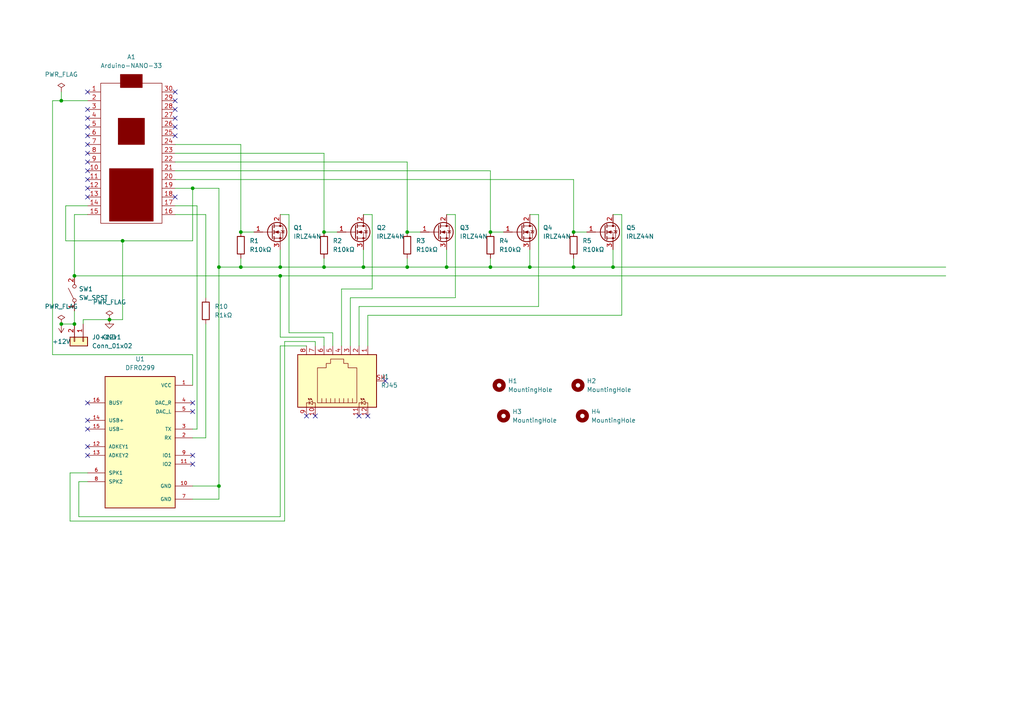
<source format=kicad_sch>
(kicad_sch (version 20211123) (generator eeschema)
  (paper "A4")
  (lib_symbols
    (symbol "Arduino-nano-33:Arduino-NANO-33" (pin_names (offset 1.016) hide)
      (property "Reference" "A1" (at 0 27.94 0))
      (property "Value" "Arduino-NANO-33" (at 0 25.4 0))
      (symbol "Arduino-NANO-33_0_1"
        (rectangle (start -8.89 -20.32) (end 8.89 20.32))
        (rectangle (start -3.81 10.16) (end 3.81 2.54) (fill (type outline)))
        (rectangle (start -3.175 22.86) (end 3.175 19.05) (fill (type outline)))
        (rectangle (start 6.35 -19.685) (end -6.35 -4.445) (fill (type outline)))
      )
      (symbol "Arduino-NANO-33_1_1"
        (pin passive line (at -12.7 17.78 0) (length 3.81) (name "D13~") (number "1"))
        (pin passive line (at -12.7 -5.08 0) (length 3.81) (name "A6") (number "10"))
        (pin passive line (at -12.7 -7.62 0) (length 3.81) (name "A7") (number "11"))
        (pin passive line (at -12.7 -10.16 0) (length 3.81) (name "+5V") (number "12"))
        (pin passive line (at -12.7 -12.7 0) (length 3.81) (name "RESET") (number "13"))
        (pin passive line (at -12.7 -15.24 0) (length 3.81) (name "GND") (number "14"))
        (pin passive line (at -12.7 -17.78 0) (length 3.81) (name "VIN") (number "15"))
        (pin passive line (at 12.7 -17.78 180) (length 3.81) (name "TX") (number "16"))
        (pin passive line (at 12.7 -15.24 180) (length 3.81) (name "RX") (number "17"))
        (pin passive line (at 12.7 -12.7 180) (length 3.81) (name "RESET") (number "18"))
        (pin passive line (at 12.7 -10.16 180) (length 3.81) (name "GND") (number "19"))
        (pin passive line (at -12.7 15.24 0) (length 3.81) (name "+3V3") (number "2"))
        (pin passive line (at 12.7 -7.62 180) (length 3.81) (name "~D2") (number "20"))
        (pin passive line (at 12.7 -5.08 180) (length 3.81) (name "~D3") (number "21"))
        (pin passive line (at 12.7 -2.54 180) (length 3.81) (name "~D4") (number "22"))
        (pin passive line (at 12.7 0 180) (length 3.81) (name "~D5") (number "23"))
        (pin passive line (at 12.7 2.54 180) (length 3.81) (name "~D6") (number "24"))
        (pin passive line (at 12.7 5.08 180) (length 3.81) (name "~D7") (number "25"))
        (pin passive line (at 12.7 7.62 180) (length 3.81) (name "~D8") (number "26"))
        (pin passive line (at 12.7 10.16 180) (length 3.81) (name "~D9") (number "27"))
        (pin passive line (at 12.7 12.7 180) (length 3.81) (name "~D10") (number "28"))
        (pin passive line (at 12.7 15.24 180) (length 3.81) (name "CIPI") (number "29"))
        (pin passive line (at -12.7 12.7 0) (length 3.81) (name "AREF") (number "3"))
        (pin passive line (at 12.7 17.78 180) (length 3.81) (name "CIPO") (number "30"))
        (pin passive line (at -12.7 10.16 0) (length 3.81) (name "A0") (number "4"))
        (pin passive line (at -12.7 7.62 0) (length 3.81) (name "A1") (number "5"))
        (pin passive line (at -12.7 5.08 0) (length 3.81) (name "A2") (number "6"))
        (pin passive line (at -12.7 2.54 0) (length 3.81) (name "A3") (number "7"))
        (pin passive line (at -12.7 0 0) (length 3.81) (name "A4") (number "8"))
        (pin passive line (at -12.7 -2.54 0) (length 3.81) (name "A5") (number "9"))
      )
    )
    (symbol "Connector:RJ45_LED_Shielded" (pin_names (offset 1.016))
      (property "Reference" "J" (at -5.08 13.97 0))
      (property "Value" "RJ45_LED_Shielded" (at 1.27 13.97 0))
      (symbol "RJ45_LED_Shielded_0_1"
        (polyline (pts (xy -7.62 -7.62) (xy -6.35 -7.62)))
        (polyline (pts (xy -7.62 -5.08) (xy -6.35 -5.08)))
        (polyline (pts (xy -7.62 7.62) (xy -6.35 7.62)))
        (polyline (pts (xy -7.62 10.16) (xy -6.35 10.16)))
        (polyline (pts (xy -6.858 -5.842) (xy -5.842 -5.842)))
        (polyline (pts (xy -6.858 9.398) (xy -5.842 9.398)))
        (polyline (pts (xy -6.35 -7.62) (xy -6.35 -6.858)))
        (polyline (pts (xy -6.35 -5.08) (xy -6.35 -5.842)))
        (polyline (pts (xy -6.35 7.62) (xy -6.35 8.382)))
        (polyline (pts (xy -6.35 10.16) (xy -6.35 9.398)))
        (polyline (pts (xy -5.08 -6.223) (xy -5.207 -6.604)))
        (polyline (pts (xy -5.08 -5.588) (xy -5.207 -5.969)))
        (polyline (pts (xy -5.08 4.445) (xy -6.35 4.445)))
        (polyline (pts (xy -5.08 5.715) (xy -6.35 5.715)))
        (polyline (pts (xy -5.08 9.017) (xy -5.207 8.636)))
        (polyline (pts (xy -5.08 9.652) (xy -5.207 9.271)))
        (polyline (pts (xy -6.35 -3.175) (xy -5.08 -3.175) (xy -5.08 -3.175)))
        (polyline (pts (xy -6.35 -1.905) (xy -5.08 -1.905) (xy -5.08 -1.905)))
        (polyline (pts (xy -6.35 -0.635) (xy -5.08 -0.635) (xy -5.08 -0.635)))
        (polyline (pts (xy -6.35 0.635) (xy -5.08 0.635) (xy -5.08 0.635)))
        (polyline (pts (xy -6.35 1.905) (xy -5.08 1.905) (xy -5.08 1.905)))
        (polyline (pts (xy -5.588 -6.731) (xy -5.08 -6.223) (xy -5.461 -6.35)))
        (polyline (pts (xy -5.588 -6.096) (xy -5.08 -5.588) (xy -5.461 -5.715)))
        (polyline (pts (xy -5.588 8.509) (xy -5.08 9.017) (xy -5.461 8.89)))
        (polyline (pts (xy -5.588 9.144) (xy -5.08 9.652) (xy -5.461 9.525)))
        (polyline (pts (xy -5.08 3.175) (xy -6.35 3.175) (xy -6.35 3.175)))
        (polyline (pts (xy -6.35 -5.842) (xy -6.858 -6.858) (xy -5.842 -6.858) (xy -6.35 -5.842)))
        (polyline (pts (xy -6.35 9.398) (xy -6.858 8.382) (xy -5.842 8.382) (xy -6.35 9.398)))
        (polyline (pts (xy -6.35 -4.445) (xy -6.35 6.985) (xy 3.81 6.985) (xy 3.81 4.445) (xy 5.08 4.445) (xy 5.08 3.175) (xy 6.35 3.175) (xy 6.35 -0.635) (xy 5.08 -0.635) (xy 5.08 -1.905) (xy 3.81 -1.905) (xy 3.81 -4.445) (xy -6.35 -4.445) (xy -6.35 -4.445)))
        (rectangle (start 7.62 12.7) (end -7.62 -10.16) (stroke (width 0.254)) (fill (type background)))
      )
      (symbol "RJ45_LED_Shielded_1_1"
        (pin passive line (at 10.16 -7.62 180) (length 2.54) (name "~") (number "1"))
        (pin passive line (at -10.16 7.62 0) (length 2.54) (name "~") (number "10"))
        (pin passive line (at -10.16 -5.08 0) (length 2.54) (name "~") (number "11"))
        (pin passive line (at -10.16 -7.62 0) (length 2.54) (name "~") (number "12"))
        (pin passive line (at 10.16 -5.08 180) (length 2.54) (name "~") (number "2"))
        (pin passive line (at 10.16 -2.54 180) (length 2.54) (name "~") (number "3"))
        (pin passive line (at 10.16 0 180) (length 2.54) (name "~") (number "4"))
        (pin passive line (at 10.16 2.54 180) (length 2.54) (name "~") (number "5"))
        (pin passive line (at 10.16 5.08 180) (length 2.54) (name "~") (number "6"))
        (pin passive line (at 10.16 7.62 180) (length 2.54) (name "~") (number "7"))
        (pin passive line (at 10.16 10.16 180) (length 2.54) (name "~") (number "8"))
        (pin passive line (at -10.16 10.16 0) (length 2.54) (name "~") (number "9"))
        (pin passive line (at 0 -12.7 90) (length 2.54) (name "~") (number "SH"))
      )
    )
    (symbol "Connector_Generic:Conn_01x02" (pin_names (offset 1.016) hide)
      (property "Reference" "J" (at 0 2.54 0))
      (property "Value" "Conn_01x02" (at 0 -5.08 0))
      (symbol "Conn_01x02_1_1"
        (rectangle (start -1.27 -2.413) (end 0 -2.667) (stroke (width 0.1524)))
        (rectangle (start -1.27 0.127) (end 0 -0.127) (stroke (width 0.1524)))
        (rectangle (start -1.27 1.27) (end 1.27 -3.81) (stroke (width 0.254)) (fill (type background)))
        (pin passive line (at -5.08 0 0) (length 3.81) (name "Pin_1") (number "1"))
        (pin passive line (at -5.08 -2.54 0) (length 3.81) (name "Pin_2") (number "2"))
      )
    )
    (symbol "DFR0299:DFR0299" (pin_names (offset 1.016))
      (property "Reference" "U1" (at 0 22.86 0))
      (property "Value" "DFR0299" (at 0 20.32 0))
      (symbol "DFR0299_0_0"
        (rectangle (start -10.16 -20.32) (end 10.16 17.78) (stroke (width 0.254)) (fill (type background)))
        (pin power_in line (at 15.24 15.24 180) (length 5.08) (name "VCC") (number "1"))
        (pin passive line (at 15.24 -13.97 180) (length 5.08) (name "GND") (number "10"))
        (pin bidirectional line (at 15.24 -7.62 180) (length 5.08) (name "IO2") (number "11"))
        (pin input line (at -15.24 -2.54 0) (length 5.08) (name "ADKEY1") (number "12"))
        (pin input line (at -15.24 -5.08 0) (length 5.08) (name "ADKEY2") (number "13"))
        (pin input line (at -15.24 5.08 0) (length 5.08) (name "USB+") (number "14"))
        (pin input line (at -15.24 2.54 0) (length 5.08) (name "USB-") (number "15"))
        (pin input line (at -15.24 10.16 0) (length 5.08) (name "BUSY") (number "16"))
        (pin input line (at 15.24 0 180) (length 5.08) (name "RX") (number "2"))
        (pin output line (at 15.24 2.54 180) (length 5.08) (name "TX") (number "3"))
        (pin output line (at 15.24 10.16 180) (length 5.08) (name "DAC_R") (number "4"))
        (pin output line (at 15.24 7.62 180) (length 5.08) (name "DAC_L") (number "5"))
        (pin passive line (at -15.24 -10.16 0) (length 5.08) (name "SPK1") (number "6"))
        (pin passive line (at 15.24 -17.78 180) (length 5.08) (name "GND") (number "7"))
        (pin passive line (at -15.24 -12.7 0) (length 5.08) (name "SPK2") (number "8"))
        (pin bidirectional line (at 15.24 -5.08 180) (length 5.08) (name "IO1") (number "9"))
      )
    )
    (symbol "Device:R" (pin_numbers hide) (pin_names (offset 0))
      (property "Reference" "R" (at 2.032 0 90))
      (property "Value" "R" (at 0 0 90))
      (symbol "R_0_1"
        (rectangle (start -1.016 -2.54) (end 1.016 2.54) (stroke (width 0.254)))
      )
      (symbol "R_1_1"
        (pin passive line (at 0 3.81 270) (length 1.27) (name "~") (number "1"))
        (pin passive line (at 0 -3.81 90) (length 1.27) (name "~") (number "2"))
      )
    )
    (symbol "Mechanical:MountingHole" (pin_names (offset 1.016))
      (property "Reference" "H" (at 0 5.08 0))
      (property "Value" "MountingHole" (at 0 3.175 0))
      (symbol "MountingHole_0_1"
        (circle (center 0 0) (radius 1.27) (stroke (width 1.27)))
      )
    )
    (symbol "Switch:SW_SPST" (pin_names (offset 0) hide)
      (property "Reference" "SW" (at 0 3.175 0))
      (property "Value" "SW_SPST" (at 0 -2.54 0))
      (symbol "SW_SPST_0_0"
        (circle (center -2.032 0) (radius 0.508))
        (polyline (pts (xy -1.524 0.254) (xy 1.524 1.778)))
        (circle (center 2.032 0) (radius 0.508))
      )
      (symbol "SW_SPST_1_1"
        (pin passive line (at -5.08 0 0) (length 2.54) (name "A") (number "1"))
        (pin passive line (at 5.08 0 180) (length 2.54) (name "B") (number "2"))
      )
    )
    (symbol "Transistor_FET:IRLZ44N" (pin_names hide)
      (property "Reference" "Q" (at 6.35 1.905 0))
      (property "Value" "IRLZ44N" (at 6.35 0 0))
      (symbol "IRLZ44N_0_1"
        (polyline (pts (xy 0.254 0) (xy -2.54 0)))
        (polyline (pts (xy 0.254 1.905) (xy 0.254 -1.905)) (stroke (width 0.254)))
        (polyline (pts (xy 0.762 -1.27) (xy 0.762 -2.286)) (stroke (width 0.254)))
        (polyline (pts (xy 0.762 0.508) (xy 0.762 -0.508)) (stroke (width 0.254)))
        (polyline (pts (xy 0.762 2.286) (xy 0.762 1.27)) (stroke (width 0.254)))
        (polyline (pts (xy 2.54 2.54) (xy 2.54 1.778)))
        (polyline (pts (xy 2.54 -2.54) (xy 2.54 0) (xy 0.762 0)))
        (polyline (pts (xy 0.762 -1.778) (xy 3.302 -1.778) (xy 3.302 1.778) (xy 0.762 1.778)))
        (polyline (pts (xy 1.016 0) (xy 2.032 0.381) (xy 2.032 -0.381) (xy 1.016 0)) (fill (type outline)))
        (polyline (pts (xy 2.794 0.508) (xy 2.921 0.381) (xy 3.683 0.381) (xy 3.81 0.254)))
        (polyline (pts (xy 3.302 0.381) (xy 2.921 -0.254) (xy 3.683 -0.254) (xy 3.302 0.381)))
        (circle (center 1.651 0) (radius 2.794) (stroke (width 0.254)))
        (circle (center 2.54 -1.778) (radius 0.254) (fill (type outline)))
        (circle (center 2.54 1.778) (radius 0.254) (fill (type outline)))
      )
      (symbol "IRLZ44N_1_1"
        (pin input line (at -5.08 0 0) (length 2.54) (name "G") (number "1"))
        (pin passive line (at 2.54 5.08 270) (length 2.54) (name "D") (number "2"))
        (pin passive line (at 2.54 -5.08 90) (length 2.54) (name "S") (number "3"))
      )
    )
    (symbol "power:+12V" (power) (pin_names (offset 0))
      (property "Value" "+12V" (at 0 3.556 0))
      (symbol "+12V_0_1"
        (polyline (pts (xy -0.762 1.27) (xy 0 2.54)))
        (polyline (pts (xy 0 0) (xy 0 2.54)))
        (polyline (pts (xy 0 2.54) (xy 0.762 1.27)))
      )
      (symbol "+12V_1_1"
        (pin power_in line (at 0 0 90) (length 0) hide (name "+12V") (number "1"))
      )
    )
    (symbol "power:GND" (power) (pin_names (offset 0))
      (property "Value" "GND" (at 0 -3.81 0))
      (symbol "GND_0_1"
        (polyline (pts (xy 0 0) (xy 0 -1.27) (xy 1.27 -1.27) (xy 0 -2.54) (xy -1.27 -1.27) (xy 0 -1.27)))
      )
      (symbol "GND_1_1"
        (pin power_in line (at 0 0 270) (length 0) hide (name "GND") (number "1"))
      )
    )
    (symbol "power:PWR_FLAG" (power) (pin_numbers hide) (pin_names (offset 0) hide)
      (property "Value" "PWR_FLAG" (at 0 3.81 0))
      (symbol "PWR_FLAG_0_0"
        (pin power_out line (at 0 0 90) (length 0) (name "pwr") (number "1"))
      )
      (symbol "PWR_FLAG_0_1"
        (polyline (pts (xy 0 0) (xy 0 1.27) (xy -1.016 1.905) (xy 0 2.54) (xy 1.016 1.905) (xy 0 1.27)))
      )
    )
  )
  (junction (at 129.54 77.47))
  (junction (at 17.78 29.21))
  (junction (at 69.85 77.47))
  (junction (at 177.8 77.47))
  (junction (at 118.11 67.31))
  (junction (at 93.98 67.31))
  (junction (at 63.5 140.97))
  (junction (at 21.59 80.01))
  (junction (at 105.41 77.47))
  (junction (at 93.98 77.47))
  (junction (at 35.56 69.85))
  (junction (at 21.59 93.98))
  (junction (at 55.88 54.61))
  (junction (at 69.85 67.31))
  (junction (at 153.67 77.47))
  (junction (at 81.28 77.47))
  (junction (at 142.24 77.47))
  (junction (at 142.24 67.31))
  (junction (at 31.75 92.71))
  (junction (at 118.11 77.47))
  (junction (at 166.37 77.47))
  (junction (at 17.78 93.98))
  (junction (at 81.28 80.01))
  (junction (at 166.37 67.31))
  (junction (at 63.5 77.47))
  (no_connect (at 25.4 26.67))
  (no_connect (at 25.4 52.07))
  (no_connect (at 25.4 44.45))
  (no_connect (at 25.4 46.99))
  (no_connect (at 25.4 49.53))
  (no_connect (at 25.4 31.75))
  (no_connect (at 25.4 34.29))
  (no_connect (at 25.4 36.83))
  (no_connect (at 25.4 39.37))
  (no_connect (at 25.4 41.91))
  (no_connect (at 50.8 29.21))
  (no_connect (at 50.8 26.67))
  (no_connect (at 25.4 54.61))
  (no_connect (at 25.4 57.15))
  (no_connect (at 50.8 57.15))
  (no_connect (at 55.88 134.62))
  (no_connect (at 55.88 132.08))
  (no_connect (at 55.88 116.84))
  (no_connect (at 55.88 119.38))
  (no_connect (at 25.4 121.92))
  (no_connect (at 25.4 116.84))
  (no_connect (at 25.4 129.54))
  (no_connect (at 25.4 124.46))
  (no_connect (at 25.4 132.08))
  (no_connect (at 50.8 39.37))
  (no_connect (at 50.8 36.83))
  (no_connect (at 50.8 34.29))
  (no_connect (at 50.8 31.75))
  (no_connect (at 106.68 120.65))
  (no_connect (at 88.9 120.65))
  (no_connect (at 91.44 120.65))
  (no_connect (at 104.14 120.65))
  (no_connect (at 111.76 110.49))
  (wire (pts (xy 177.8 72.39) (xy 177.8 77.47)))
  (wire (pts (xy 107.95 62.23) (xy 107.95 83.82)))
  (wire (pts (xy 153.67 72.39) (xy 153.67 77.47)))
  (wire (pts (xy 50.8 41.91) (xy 69.85 41.91)))
  (wire (pts (xy 19.05 69.85) (xy 35.56 69.85)))
  (wire (pts (xy 81.28 97.79) (xy 93.98 97.79)))
  (wire (pts (xy 118.11 77.47) (xy 129.54 77.47)))
  (wire (pts (xy 22.86 149.86) (xy 81.28 149.86)))
  (wire (pts (xy 156.21 62.23) (xy 156.21 88.9)))
  (wire (pts (xy 177.8 77.47) (xy 274.32 77.47)))
  (wire (pts (xy 50.8 44.45) (xy 93.98 44.45)))
  (wire (pts (xy 69.85 74.93) (xy 69.85 77.47)))
  (wire (pts (xy 31.75 92.71) (xy 35.56 92.71)))
  (wire (pts (xy 166.37 77.47) (xy 177.8 77.47)))
  (wire (pts (xy 81.28 77.47) (xy 93.98 77.47)))
  (wire (pts (xy 166.37 74.93) (xy 166.37 77.47)))
  (wire (pts (xy 83.82 96.52) (xy 96.52 96.52)))
  (wire (pts (xy 142.24 77.47) (xy 153.67 77.47)))
  (wire (pts (xy 132.08 86.36) (xy 101.6 86.36)))
  (wire (pts (xy 25.4 137.16) (xy 20.32 137.16)))
  (wire (pts (xy 156.21 88.9) (xy 104.14 88.9)))
  (wire (pts (xy 129.54 62.23) (xy 132.08 62.23)))
  (wire (pts (xy 59.69 86.36) (xy 59.69 62.23)))
  (wire (pts (xy 55.88 124.46) (xy 57.15 124.46)))
  (wire (pts (xy 25.4 29.21) (xy 17.78 29.21)))
  (wire (pts (xy 142.24 67.31) (xy 146.05 67.31)))
  (wire (pts (xy 17.78 26.67) (xy 17.78 29.21)))
  (wire (pts (xy 24.13 93.98) (xy 24.13 92.71)))
  (wire (pts (xy 93.98 44.45) (xy 93.98 67.31)))
  (wire (pts (xy 142.24 49.53) (xy 142.24 67.31)))
  (wire (pts (xy 81.28 100.33) (xy 88.9 100.33)))
  (wire (pts (xy 93.98 97.79) (xy 93.98 100.33)))
  (wire (pts (xy 153.67 62.23) (xy 156.21 62.23)))
  (wire (pts (xy 69.85 41.91) (xy 69.85 67.31)))
  (wire (pts (xy 82.55 151.13) (xy 82.55 99.06)))
  (wire (pts (xy 50.8 52.07) (xy 166.37 52.07)))
  (wire (pts (xy 96.52 96.52) (xy 96.52 100.33)))
  (wire (pts (xy 50.8 54.61) (xy 55.88 54.61)))
  (wire (pts (xy 166.37 67.31) (xy 170.18 67.31)))
  (wire (pts (xy 81.28 72.39) (xy 81.28 77.47)))
  (wire (pts (xy 118.11 67.31) (xy 121.92 67.31)))
  (wire (pts (xy 93.98 67.31) (xy 97.79 67.31)))
  (wire (pts (xy 81.28 80.01) (xy 274.32 80.01)))
  (wire (pts (xy 99.06 83.82) (xy 99.06 100.33)))
  (wire (pts (xy 17.78 29.21) (xy 15.24 29.21)))
  (wire (pts (xy 20.32 137.16) (xy 20.32 151.13)))
  (wire (pts (xy 106.68 91.44) (xy 106.68 100.33)))
  (wire (pts (xy 21.59 80.01) (xy 81.28 80.01)))
  (wire (pts (xy 81.28 149.86) (xy 81.28 100.33)))
  (wire (pts (xy 105.41 72.39) (xy 105.41 77.47)))
  (wire (pts (xy 21.59 62.23) (xy 21.59 80.01)))
  (wire (pts (xy 105.41 62.23) (xy 107.95 62.23)))
  (wire (pts (xy 55.88 102.87) (xy 55.88 111.76)))
  (wire (pts (xy 15.24 29.21) (xy 15.24 102.87)))
  (wire (pts (xy 129.54 77.47) (xy 142.24 77.47)))
  (wire (pts (xy 101.6 86.36) (xy 101.6 100.33)))
  (wire (pts (xy 69.85 67.31) (xy 73.66 67.31)))
  (wire (pts (xy 63.5 77.47) (xy 69.85 77.47)))
  (wire (pts (xy 69.85 77.47) (xy 81.28 77.47)))
  (wire (pts (xy 17.78 93.98) (xy 21.59 93.98)))
  (wire (pts (xy 104.14 88.9) (xy 104.14 100.33)))
  (wire (pts (xy 81.28 62.23) (xy 83.82 62.23)))
  (wire (pts (xy 50.8 59.69) (xy 57.15 59.69)))
  (wire (pts (xy 55.88 127) (xy 59.69 127)))
  (wire (pts (xy 93.98 74.93) (xy 93.98 77.47)))
  (wire (pts (xy 22.86 139.7) (xy 22.86 149.86)))
  (wire (pts (xy 35.56 92.71) (xy 35.56 69.85)))
  (wire (pts (xy 15.24 102.87) (xy 55.88 102.87)))
  (wire (pts (xy 63.5 140.97) (xy 63.5 77.47)))
  (wire (pts (xy 83.82 62.23) (xy 83.82 96.52)))
  (wire (pts (xy 55.88 69.85) (xy 55.88 54.61)))
  (wire (pts (xy 59.69 62.23) (xy 50.8 62.23)))
  (wire (pts (xy 63.5 144.78) (xy 63.5 140.97)))
  (wire (pts (xy 25.4 59.69) (xy 19.05 59.69)))
  (wire (pts (xy 118.11 46.99) (xy 118.11 67.31)))
  (wire (pts (xy 107.95 83.82) (xy 99.06 83.82)))
  (wire (pts (xy 55.88 140.97) (xy 63.5 140.97)))
  (wire (pts (xy 63.5 54.61) (xy 63.5 77.47)))
  (wire (pts (xy 166.37 52.07) (xy 166.37 67.31)))
  (wire (pts (xy 132.08 62.23) (xy 132.08 86.36)))
  (wire (pts (xy 129.54 72.39) (xy 129.54 77.47)))
  (wire (pts (xy 142.24 74.93) (xy 142.24 77.47)))
  (wire (pts (xy 20.32 151.13) (xy 82.55 151.13)))
  (wire (pts (xy 25.4 62.23) (xy 21.59 62.23)))
  (wire (pts (xy 19.05 59.69) (xy 19.05 69.85)))
  (wire (pts (xy 35.56 69.85) (xy 55.88 69.85)))
  (wire (pts (xy 50.8 49.53) (xy 142.24 49.53)))
  (wire (pts (xy 177.8 62.23) (xy 180.34 62.23)))
  (wire (pts (xy 55.88 54.61) (xy 63.5 54.61)))
  (wire (pts (xy 57.15 124.46) (xy 57.15 59.69)))
  (wire (pts (xy 180.34 91.44) (xy 106.68 91.44)))
  (wire (pts (xy 81.28 80.01) (xy 81.28 97.79)))
  (wire (pts (xy 118.11 74.93) (xy 118.11 77.47)))
  (wire (pts (xy 59.69 127) (xy 59.69 93.98)))
  (wire (pts (xy 24.13 92.71) (xy 31.75 92.71)))
  (wire (pts (xy 25.4 139.7) (xy 22.86 139.7)))
  (wire (pts (xy 55.88 144.78) (xy 63.5 144.78)))
  (wire (pts (xy 153.67 77.47) (xy 166.37 77.47)))
  (wire (pts (xy 93.98 77.47) (xy 105.41 77.47)))
  (wire (pts (xy 180.34 62.23) (xy 180.34 91.44)))
  (wire (pts (xy 21.59 90.17) (xy 21.59 93.98)))
  (wire (pts (xy 91.44 99.06) (xy 91.44 100.33)))
  (wire (pts (xy 105.41 77.47) (xy 118.11 77.47)))
  (wire (pts (xy 82.55 99.06) (xy 91.44 99.06)))
  (wire (pts (xy 50.8 46.99) (xy 118.11 46.99)))
  (symbol (lib_id "Mechanical:MountingHole") (at 168.91 120.65 0) (unit 1)
    (property "Reference" "H4" (at 171.45 119.3799 0) (effects (justify left)))
    (property "Value" "MountingHole" (at 171.45 121.9199 0) (effects (justify left)))
    (property "Footprint" "Custom:MountingHole_1.25mm" (effects hide))
  )
  (symbol (lib_id "power:PWR_FLAG") (at 17.78 93.98 0) (unit 1)
    (property "Reference" "#FLG0101" (effects hide))
    (property "Value" "PWR_FLAG" (at 17.78 88.9 0))
  )
  (symbol (lib_id "Mechanical:MountingHole") (at 146.05 120.65 0) (unit 1)
    (property "Reference" "H3" (at 148.59 119.3799 0) (effects (justify left)))
    (property "Value" "MountingHole" (at 148.59 121.9199 0) (effects (justify left)))
    (property "Footprint" "Custom:MountingHole_1.25mm" (effects hide))
  )
  (symbol (lib_id "Transistor_FET:IRLZ44N") (at 78.74 67.31 0) (unit 1)
    (property "Reference" "Q1" (at 85.09 66.0399 0) (effects (justify left)))
    (property "Value" "IRLZ44N" (at 85.09 68.5799 0) (effects (justify left)))
    (property "Footprint" "Package_TO_SOT_THT:TO-220-3_Vertical" (effects hide))
    (property "Datasheet" "http://www.irf.com/product-info/datasheets/data/irlz44n.pdf" (effects hide))
  )
  (symbol (lib_id "power:+12V") (at 17.78 93.98 180) (unit 1)
    (property "Reference" "#PWR0102" (effects hide))
    (property "Value" "+12V" (at 17.78 99.06 0))
  )
  (symbol (lib_id "Mechanical:MountingHole") (at 167.64 111.76 0) (unit 1)
    (property "Reference" "H2" (at 170.18 110.4899 0) (effects (justify left)))
    (property "Value" "MountingHole" (at 170.18 113.0299 0) (effects (justify left)))
    (property "Footprint" "Custom:MountingHole_1.25mm" (effects hide))
  )
  (symbol (lib_id "Arduino-nano-33:Arduino-NANO-33") (at 38.1 44.45 0) (unit 1)
    (property "Reference" "A1" (at 38.1 16.51 0))
    (property "Value" "Arduino-NANO-33" (at 38.1 19.05 0))
    (property "Footprint" "Nano_33:NANO_33_Socket_Castell" (effects hide))
  )
  (symbol (lib_id "Device:R") (at 69.85 71.12 0) (unit 1)
    (property "Reference" "R1" (at 72.39 69.8499 0) (effects (justify left)))
    (property "Value" "R10kΩ" (at 72.39 72.3899 0) (effects (justify left)))
    (property "Footprint" "Resistor_THT:R_Axial_DIN0207_L6.3mm_D2.5mm_P7.62mm_Horizontal" (effects hide))
  )
  (symbol (lib_id "Connector_Generic:Conn_01x02") (at 24.13 99.06 270) (unit 1)
    (property "Reference" "J0+12v1" (at 26.67 97.7899 90) (effects (justify left)))
    (property "Value" "Conn_01x02" (at 26.67 100.3299 90) (effects (justify left)))
    (property "Footprint" "Connector_JST:JST_PH_B2B-PH-K_1x02_P2.00mm_Vertical" (effects hide))
  )
  (symbol (lib_id "Transistor_FET:IRLZ44N") (at 175.26 67.31 0) (unit 1)
    (property "Reference" "Q5" (at 181.61 66.0399 0) (effects (justify left)))
    (property "Value" "IRLZ44N" (at 181.61 68.5799 0) (effects (justify left)))
    (property "Footprint" "Package_TO_SOT_THT:TO-220-3_Vertical" (effects hide))
    (property "Datasheet" "http://www.irf.com/product-info/datasheets/data/irlz44n.pdf" (effects hide))
  )
  (symbol (lib_id "Device:R") (at 142.24 71.12 0) (unit 1)
    (property "Reference" "R4" (at 144.78 69.8499 0) (effects (justify left)))
    (property "Value" "R10kΩ" (at 144.78 72.3899 0) (effects (justify left)))
    (property "Footprint" "Resistor_THT:R_Axial_DIN0207_L6.3mm_D2.5mm_P7.62mm_Horizontal" (effects hide))
  )
  (symbol (lib_id "Device:R") (at 93.98 71.12 0) (unit 1)
    (property "Reference" "R2" (at 96.52 69.8499 0) (effects (justify left)))
    (property "Value" "R10kΩ" (at 96.52 72.3899 0) (effects (justify left)))
    (property "Footprint" "Resistor_THT:R_Axial_DIN0207_L6.3mm_D2.5mm_P7.62mm_Horizontal" (effects hide))
  )
  (symbol (lib_id "Switch:SW_SPST") (at 21.59 85.09 90) (unit 1)
    (property "Reference" "SW1" (at 22.86 83.8199 90) (effects (justify right)))
    (property "Value" "SW_SPST" (at 22.86 86.3599 90) (effects (justify right)))
    (property "Footprint" "Button_Switch_THT:SW_CW_GPTS203211B" (effects hide))
  )
  (symbol (lib_id "Transistor_FET:IRLZ44N") (at 102.87 67.31 0) (unit 1)
    (property "Reference" "Q2" (at 109.22 66.0399 0) (effects (justify left)))
    (property "Value" "IRLZ44N" (at 109.22 68.5799 0) (effects (justify left)))
    (property "Footprint" "Package_TO_SOT_THT:TO-220-3_Vertical" (effects hide))
    (property "Datasheet" "http://www.irf.com/product-info/datasheets/data/irlz44n.pdf" (effects hide))
  )
  (symbol (lib_id "Connector:RJ45_LED_Shielded") (at 99.06 110.49 90) (unit 1)
    (property "Reference" "J1" (at 110.49 109.2199 90) (effects (justify right)))
    (property "Value" "RJ45" (at 110.49 111.7599 90) (effects (justify right)))
    (property "Footprint" "Connector_RJ:RJ45_BEL_SS74301-00x_Vertical" (effects hide))
  )
  (symbol (lib_id "power:PWR_FLAG") (at 31.75 92.71 0) (unit 1)
    (property "Reference" "#FLG0103" (effects hide))
    (property "Value" "PWR_FLAG" (at 31.75 87.63 0))
  )
  (symbol (lib_id "power:PWR_FLAG") (at 17.78 26.67 0) (unit 1)
    (property "Reference" "#FLG0102" (effects hide))
    (property "Value" "PWR_FLAG" (at 17.78 21.59 0))
  )
  (symbol (lib_id "Transistor_FET:IRLZ44N") (at 127 67.31 0) (unit 1)
    (property "Reference" "Q3" (at 133.35 66.0399 0) (effects (justify left)))
    (property "Value" "IRLZ44N" (at 133.35 68.5799 0) (effects (justify left)))
    (property "Footprint" "Package_TO_SOT_THT:TO-220-3_Vertical" (effects hide))
    (property "Datasheet" "http://www.irf.com/product-info/datasheets/data/irlz44n.pdf" (effects hide))
  )
  (symbol (lib_id "Device:R") (at 59.69 90.17 180) (unit 1)
    (property "Reference" "R10" (at 62.23 88.8999 0) (effects (justify right)))
    (property "Value" "R1kΩ" (at 62.23 91.4399 0) (effects (justify right)))
    (property "Footprint" "Resistor_THT:R_Axial_DIN0207_L6.3mm_D2.5mm_P7.62mm_Horizontal" (effects hide))
  )
  (symbol (lib_id "power:GND") (at 31.75 92.71 0) (unit 1)
    (property "Reference" "#PWR0101" (effects hide))
    (property "Value" "GND" (at 31.75 97.79 0))
  )
  (symbol (lib_id "Device:R") (at 118.11 71.12 0) (unit 1)
    (property "Reference" "R3" (at 120.65 69.8499 0) (effects (justify left)))
    (property "Value" "R10kΩ" (at 120.65 72.3899 0) (effects (justify left)))
    (property "Footprint" "Resistor_THT:R_Axial_DIN0207_L6.3mm_D2.5mm_P7.62mm_Horizontal" (effects hide))
  )
  (symbol (lib_id "DFR0299:DFR0299") (at 40.64 127 0) (unit 1)
    (property "Reference" "U1" (at 40.64 104.14 0))
    (property "Value" "DFR0299" (at 40.64 106.68 0))
    (property "Footprint" "DFPlayer:MODULE_DFR0299" (effects hide))
    (property "DESCRIPTION" "Dfplayer - a Mini Mp3 Player" (effects hide))
    (property "MP" "DFR0299" (effects hide))
    (property "PACKAGE" "None" (effects hide))
    (property "PRICE" "None" (effects hide))
    (property "AVAILABILITY" "Unavailable" (effects hide))
    (property "MF" "DFRobot" (effects hide))
  )
  (symbol (lib_id "Transistor_FET:IRLZ44N") (at 151.13 67.31 0) (unit 1)
    (property "Reference" "Q4" (at 157.48 66.0399 0) (effects (justify left)))
    (property "Value" "IRLZ44N" (at 157.48 68.5799 0) (effects (justify left)))
    (property "Footprint" "Package_TO_SOT_THT:TO-220-3_Vertical" (effects hide))
    (property "Datasheet" "http://www.irf.com/product-info/datasheets/data/irlz44n.pdf" (effects hide))
  )
  (symbol (lib_id "Mechanical:MountingHole") (at 144.78 111.76 0) (unit 1)
    (property "Reference" "H1" (at 147.32 110.4899 0) (effects (justify left)))
    (property "Value" "MountingHole" (at 147.32 113.0299 0) (effects (justify left)))
    (property "Footprint" "Custom:MountingHole_1.25mm" (effects hide))
  )
  (symbol (lib_id "Device:R") (at 166.37 71.12 0) (unit 1)
    (property "Reference" "R5" (at 168.91 69.8499 0) (effects (justify left)))
    (property "Value" "R10kΩ" (at 168.91 72.3899 0) (effects (justify left)))
    (property "Footprint" "Resistor_THT:R_Axial_DIN0207_L6.3mm_D2.5mm_P7.62mm_Horizontal" (effects hide))
  )
)
</source>
